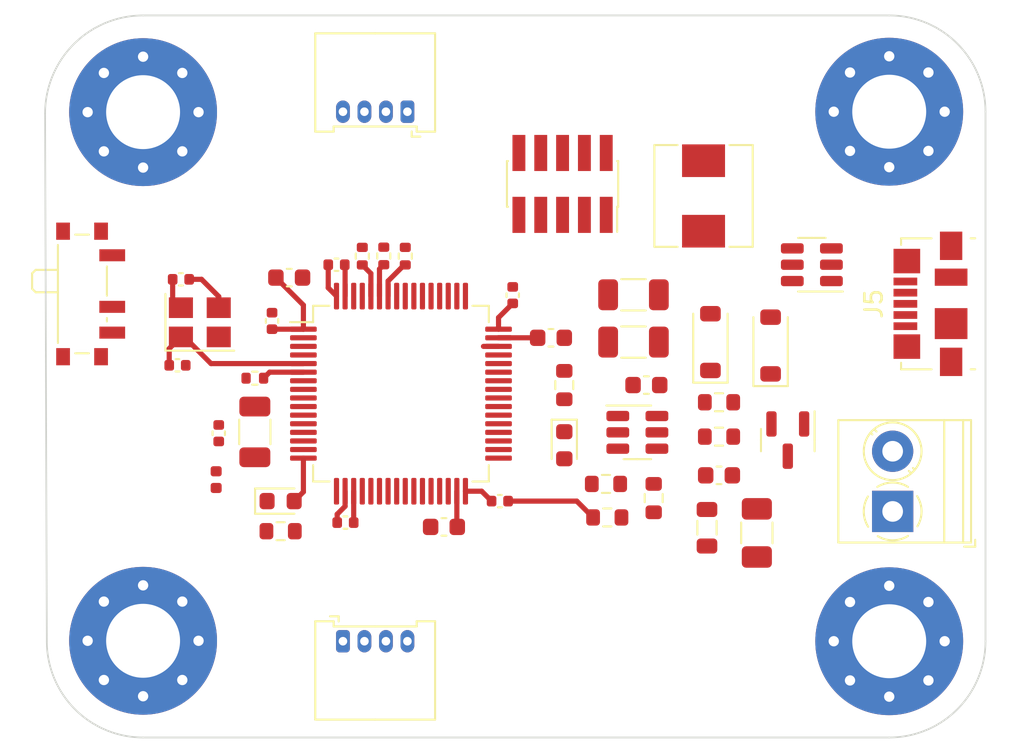
<source format=kicad_pcb>
(kicad_pcb (version 20221018) (generator pcbnew)
  (layers (0 "F.Cu" signal) (1 "In1.Cu" power) (2 "In2.Cu" power) (31 "B.Cu" signal) (34 "B.Paste" user) (35 "F.Paste" user) (36 "B.SilkS" user "B.Silkscreen") (37 "F.SilkS" user "F.Silkscreen") (38 "B.Mask" user) (39 "F.Mask" user) (44 "Edge.Cuts" user))
  (net 0 "")
  (net 1 "Net-(U1-VCAP_2)")
  (net 2 "GND")
  (net 3 "Net-(U1-VCAP_1)")
  (net 4 "+3.3V")
  (net 5 "+3.3VA")
  (net 6 "HSE_IN")
  (net 7 "Net-(C12-Pad1)")
  (net 8 "BUCK_IN")
  (net 9 "BUCK_BST")
  (net 10 "BUCK_SW")
  (net 11 "Net-(D1-K)")
  (net 12 "LED_STATUS")
  (net 13 "Net-(D3-K)")
  (net 14 "+5V")
  (net 15 "Net-(D4-K)")
  (net 16 "+12V")
  (net 17 "SWDIO")
  (net 18 "SWCLK")
  (net 19 "SW0")
  (net 22 "NRST")
  (net 23 "I2C1_SDA")
  (net 24 "I2C1_SCL")
  (net 25 "USART3_TX")
  (net 26 "USART3_RX")
  (net 27 "USB_CONN_D-")
  (net 28 "USB_CONN_D+")
  (net 31 "BOOT0")
  (net 32 "Net-(SW1-B)")
  (net 33 "HSE_OUT")
  (net 34 "BUCK_EN")
  (net 35 "BUCK_FB")
  (net 36 "Net-(R7-Pad1)")
  (net 67 "USB_D-")
  (net 68 "USB_D+")
  (net 78 "Net-(F2-Pad2)")
  (footprint "Diode_SMD:D_0603_1608Metric" (layer "F.Cu") (at 161.5 88 -90)
    (fp_text reference "D4")
    (fp_text value "RED")
    (pad "1" smd roundrect (at -0.7875 0 270) (size 0.875 0.95) (layers "F.Cu" "F.Paste" "F.Mask") (net 15 "Net-(D4-K)"))
    (pad "2" smd roundrect (at 0.7875 0 270) (size 0.875 0.95) (layers "F.Cu" "F.Paste" "F.Mask") (net 4 "+3.3V"))
  )
  (footprint "Capacitor_SMD:C_0402_1005Metric" (layer "F.Cu") (at 141.4 87.3 90)
    (fp_text reference "C9")
    (fp_text value "1u")
    (pad "1" smd roundrect (at -0.48 0 90) (size 0.56 0.62) (layers "F.Cu" "F.Paste" "F.Mask") (net 5 "+3.3VA"))
    (pad "2" smd roundrect (at 0.48 0 90) (size 0.56 0.62) (layers "F.Cu" "F.Paste" "F.Mask") (net 2 "GND"))
  )
  (footprint "Resistor_SMD:R_0402_1005Metric" (layer "F.Cu") (at 149.75 77 90)
    (fp_text reference "R1")
    (fp_text value "10k")
    (pad "1" smd roundrect (at -0.51 0 90) (size 0.54 0.64) (layers "F.Cu" "F.Paste" "F.Mask") (net 31 "BOOT0"))
    (pad "2" smd roundrect (at 0.51 0 90) (size 0.54 0.64) (layers "F.Cu" "F.Paste" "F.Mask") (net 32 "Net-(SW1-B)"))
  )
  (footprint "Capacitor_SMD:C_0603_1608Metric" (layer "F.Cu") (at 154.5 92.75 180)
    (fp_text reference "C2")
    (fp_text value "2u2")
    (pad "1" smd roundrect (at -0.775 0 180) (size 0.9 0.95) (layers "F.Cu" "F.Paste" "F.Mask") (net 3 "Net-(U1-VCAP_1)"))
    (pad "2" smd roundrect (at 0.775 0 180) (size 0.9 0.95) (layers "F.Cu" "F.Paste" "F.Mask") (net 2 "GND"))
  )
  (footprint "Fuse:Fuse_1206_3216Metric" (layer "F.Cu") (at 172.7 93.1 -90)
    (fp_text reference "F2")
    (fp_text value "250mA")
    (pad "1" smd roundrect (at -1.4 0 270) (size 1.25 1.75) (layers "F.Cu" "F.Paste" "F.Mask") (roundrect_rratio 0.2) (net 13 "Net-(D3-K)"))
    (pad "2" smd roundrect (at 1.4 0 270) (size 1.25 1.75) (layers "F.Cu" "F.Paste" "F.Mask") (roundrect_rratio 0.2) (net 78 "Net-(F2-Pad2)"))
  )
  (footprint "Inductor_SMD:L_0805_2012Metric" (layer "F.Cu") (at 169.8 92.8 90)
    (fp_text reference "FB1")
    (fp_text value "600 @ 600MHz")
    (pad "1" smd roundrect (at -1.0625 0 90) (size 0.875 1.2) (layers "F.Cu" "F.Paste" "F.Mask") (net 78 "Net-(F2-Pad2)"))
    (pad "2" smd roundrect (at 1.0625 0 90) (size 0.875 1.2) (layers "F.Cu" "F.Paste" "F.Mask") (net 8 "BUCK_IN"))
  )
  (footprint "Capacitor_SMD:C_0402_1005Metric" (layer "F.Cu") (at 157.75 91.25)
    (fp_text reference "C7")
    (fp_text value "100m")
    (pad "1" smd roundrect (at -0.48 0) (size 0.56 0.62) (layers "F.Cu" "F.Paste" "F.Mask") (net 4 "+3.3V"))
    (pad "2" smd roundrect (at 0.48 0) (size 0.56 0.62) (layers "F.Cu" "F.Paste" "F.Mask") (net 2 "GND"))
  )
  (footprint "Resistor_SMD:R_0603_1608Metric" (layer "F.Cu") (at 170.5 87.5 180)
    (fp_text reference "R5")
    (fp_text value "68k")
    (pad "1" smd roundrect (at -0.825 0 180) (size 0.8 0.95) (layers "F.Cu" "F.Paste" "F.Mask") (net 2 "GND"))
    (pad "2" smd roundrect (at 0.825 0 180) (size 0.8 0.95) (layers "F.Cu" "F.Paste" "F.Mask") (net 34 "BUCK_EN"))
  )
  (footprint "Connector_Molex:Molex_PicoBlade_53048-0410_1x04_P1.25mm_Horizontal" (layer "F.Cu") (at 152.375 68.6 180)
    (fp_text reference "J3")
    (fp_text value "Conn_01x04")
    (pad "1" thru_hole roundrect (at 0 0 180) (size 0.8 1.3) (drill 0.5) (layers "*.Cu" "*.Mask") (net 4 "+3.3V"))
    (pad "2" thru_hole oval (at 1.25 0 180) (size 0.8 1.3) (drill 0.5) (layers "*.Cu" "*.Mask") (net 23 "I2C1_SDA"))
    (pad "3" thru_hole oval (at 2.5 0 180) (size 0.8 1.3) (drill 0.5) (layers "*.Cu" "*.Mask") (net 24 "I2C1_SCL"))
    (pad "4" thru_hole oval (at 3.75 0 180) (size 0.8 1.3) (drill 0.5) (layers "*.Cu" "*.Mask") (net 2 "GND"))
  )
  (footprint "Capacitor_SMD:C_0402_1005Metric" (layer "F.Cu") (at 158.5 79.27 90)
    (fp_text reference "C6")
    (fp_text value "100m")
    (pad "1" smd roundrect (at -0.48 0 90) (size 0.56 0.62) (layers "F.Cu" "F.Paste" "F.Mask") (net 4 "+3.3V"))
    (pad "2" smd roundrect (at 0.48 0 90) (size 0.56 0.62) (layers "F.Cu" "F.Paste" "F.Mask") (net 2 "GND"))
  )
  (footprint "Resistor_SMD:R_0603_1608Metric" (layer "F.Cu") (at 145 93 180)
    (fp_text reference "R3")
    (fp_text value "1k5")
    (pad "1" smd roundrect (at -0.825 0 180) (size 0.8 0.95) (layers "F.Cu" "F.Paste" "F.Mask") (net 2 "GND"))
    (pad "2" smd roundrect (at 0.825 0 180) (size 0.8 0.95) (layers "F.Cu" "F.Paste" "F.Mask") (net 11 "Net-(D1-K)"))
  )
  (footprint "Capacitor_SMD:C_1206_3216Metric" (layer "F.Cu") (at 165.525 79.25)
    (fp_text reference "C15")
    (fp_text value "10u")
    (pad "1" smd roundrect (at -1.475 0) (size 1.15 1.8) (layers "F.Cu" "F.Paste" "F.Mask") (roundrect_rratio 0.217391) (net 4 "+3.3V"))
    (pad "2" smd roundrect (at 1.475 0) (size 1.15 1.8) (layers "F.Cu" "F.Paste" "F.Mask") (roundrect_rratio 0.217391) (net 2 "GND"))
  )
  (footprint "Diode_SMD:D_SOD-123" (layer "F.Cu") (at 173.5 82.2 90)
    (fp_text reference "D3")
    (fp_text value "B5819W")
    (pad "1" smd roundrect (at -1.65 0 90) (size 0.9 1.2) (layers "F.Cu" "F.Paste" "F.Mask") (net 13 "Net-(D3-K)"))
    (pad "2" smd roundrect (at 1.65 0 90) (size 0.9 1.2) (layers "F.Cu" "F.Paste" "F.Mask") (net 14 "+5V"))
  )
  (footprint "Capacitor_SMD:C_0603_1608Metric" (layer "F.Cu") (at 145.5 78.25)
    (fp_text reference "C3")
    (fp_text value "4u7")
    (pad "1" smd roundrect (at -0.775 0) (size 0.9 0.95) (layers "F.Cu" "F.Paste" "F.Mask") (net 4 "+3.3V"))
    (pad "2" smd roundrect (at 0.775 0) (size 0.9 0.95) (layers "F.Cu" "F.Paste" "F.Mask") (net 2 "GND"))
  )
  (footprint "MountingHole:MountingHole_4.3mm_M4_Pad_Via" (layer "F.Cu") (at 137 99.375)
    (fp_text reference "H2")
    (fp_text value "MountingHole_Pad")
    (pad "1" thru_hole circle (at -3.225 0) (size 0.9 0.9) (drill 0.6) (layers "*.Cu" "*.Mask") (net 2 "GND"))
    (pad "1" thru_hole circle (at -2.280419 -2.280419) (size 0.9 0.9) (drill 0.6) (layers "*.Cu" "*.Mask") (net 2 "GND"))
    (pad "1" thru_hole circle (at -2.280419 2.280419) (size 0.9 0.9) (drill 0.6) (layers "*.Cu" "*.Mask") (net 2 "GND"))
    (pad "1" thru_hole circle (at 0 -3.225) (size 0.9 0.9) (drill 0.6) (layers "*.Cu" "*.Mask") (net 2 "GND"))
    (pad "1" thru_hole circle (at 0 0) (size 8.6 8.6) (drill 4.3) (layers "*.Cu" "*.Mask") (net 2 "GND"))
    (pad "1" thru_hole circle (at 0 3.225) (size 0.9 0.9) (drill 0.6) (layers "*.Cu" "*.Mask") (net 2 "GND"))
    (pad "1" thru_hole circle (at 2.280419 -2.280419) (size 0.9 0.9) (drill 0.6) (layers "*.Cu" "*.Mask") (net 2 "GND"))
    (pad "1" thru_hole circle (at 2.280419 2.280419) (size 0.9 0.9) (drill 0.6) (layers "*.Cu" "*.Mask") (net 2 "GND"))
    (pad "1" thru_hole circle (at 3.225 0) (size 0.9 0.9) (drill 0.6) (layers "*.Cu" "*.Mask") (net 2 "GND"))
  )
  (footprint "Resistor_SMD:R_0603_1608Metric" (layer "F.Cu") (at 164 92.2)
    (fp_text reference "R8")
    (fp_text value "270")
    (pad "1" smd roundrect (at -0.825 0) (size 0.8 0.95) (layers "F.Cu" "F.Paste" "F.Mask") (net 2 "GND"))
    (pad "2" smd roundrect (at 0.825 0) (size 0.8 0.95) (layers "F.Cu" "F.Paste" "F.Mask") (net 36 "Net-(R7-Pad1)"))
  )
  (footprint "Resistor_SMD:R_0402_1005Metric" (layer "F.Cu") (at 152.25 77 90)
    (fp_text reference "R10")
    (fp_text value "2k2")
    (pad "1" smd roundrect (at -0.51 0 90) (size 0.54 0.64) (layers "F.Cu" "F.Paste" "F.Mask") (net 24 "I2C1_SCL"))
    (pad "2" smd roundrect (at 0.51 0 90) (size 0.54 0.64) (layers "F.Cu" "F.Paste" "F.Mask") (net 4 "+3.3V"))
  )
  (footprint "Connector_PinSocket_1.27mm:PinSocket_2x05_P1.27mm_Vertical_SMD" (layer "F.Cu") (at 161.4 72.8 -90)
    (fp_text reference "J2")
    (fp_text value "SWD")
    (pad "1" smd rect (at 1.8 -2.54 270) (size 2.1 0.75) (layers "F.Cu" "F.Paste" "F.Mask") (net 4 "+3.3V"))
    (pad "2" smd rect (at -1.8 -2.54 270) (size 2.1 0.75) (layers "F.Cu" "F.Paste" "F.Mask") (net 17 "SWDIO"))
    (pad "3" smd rect (at 1.8 -1.27 270) (size 2.1 0.75) (layers "F.Cu" "F.Paste" "F.Mask") (net 2 "GND"))
    (pad "4" smd rect (at -1.8 -1.27 270) (size 2.1 0.75) (layers "F.Cu" "F.Paste" "F.Mask") (net 18 "SWCLK"))
    (pad "5" smd rect (at 1.8 0 270) (size 2.1 0.75) (layers "F.Cu" "F.Paste" "F.Mask") (net 2 "GND"))
    (pad "6" smd rect (at -1.8 0 270) (size 2.1 0.75) (layers "F.Cu" "F.Paste" "F.Mask") (net 19 "SW0"))
    (pad "7" smd rect (at 1.8 1.27 270) (size 2.1 0.75) (layers "F.Cu" "F.Paste" "F.Mask"))
    (pad "8" smd rect (at -1.8 1.27 270) (size 2.1 0.75) (layers "F.Cu" "F.Paste" "F.Mask"))
    (pad "9" smd rect (at 1.8 2.54 270) (size 2.1 0.75) (layers "F.Cu" "F.Paste" "F.Mask") (net 2 "GND"))
    (pad "10" smd rect (at -1.8 2.54 270) (size 2.1 0.75) (layers "F.Cu" "F.Paste" "F.Mask") (net 22 "NRST"))
  )
  (footprint "TerminalBlock_Phoenix:TerminalBlock_Phoenix_PT-1,5-2-3.5-H_1x02_P3.50mm_Horizontal" (layer "F.Cu") (at 180.6 91.85 90)
    (fp_text reference "J1")
    (fp_text value "Screw_Terminal_01x02")
    (pad "1" thru_hole rect (at 0 0 90) (size 2.4 2.4) (drill 1.2) (layers "*.Cu" "*.Mask") (net 16 "+12V"))
    (pad "2" thru_hole circle (at 3.5 0 90) (size 2.4 2.4) (drill 1.2) (layers "*.Cu" "*.Mask") (net 2 "GND"))
  )
  (footprint "Capacitor_SMD:C_0603_1608Metric" (layer "F.Cu") (at 160.725 81.75)
    (fp_text reference "C1")
    (fp_text value "2u2")
    (pad "1" smd roundrect (at -0.775 0) (size 0.9 0.95) (layers "F.Cu" "F.Paste" "F.Mask") (net 1 "Net-(U1-VCAP_2)"))
    (pad "2" smd roundrect (at 0.775 0) (size 0.9 0.95) (layers "F.Cu" "F.Paste" "F.Mask") (net 2 "GND"))
  )
  (footprint "Package_QFP:LQFP-64_10x10mm_P0.5mm" (layer "F.Cu") (at 152 85)
    (fp_text reference "U1")
    (fp_text value "STM32F405RGT6")
    (pad "1" smd roundrect (at -5.675 -3.75) (size 1.55 0.3) (layers "F.Cu" "F.Paste" "F.Mask") (net 4 "+3.3V"))
    (pad "2" smd roundrect (at -5.675 -3.25) (size 1.55 0.3) (layers "F.Cu" "F.Paste" "F.Mask"))
    (pad "3" smd roundrect (at -5.675 -2.75) (size 1.55 0.3) (layers "F.Cu" "F.Paste" "F.Mask"))
    (pad "4" smd roundrect (at -5.675 -2.25) (size 1.55 0.3) (layers "F.Cu" "F.Paste" "F.Mask"))
    (pad "5" smd roundrect (at -5.675 -1.75) (size 1.55 0.3) (layers "F.Cu" "F.Paste" "F.Mask") (net 6 "HSE_IN"))
    (pad "6" smd roundrect (at -5.675 -1.25) (size 1.55 0.3) (layers "F.Cu" "F.Paste" "F.Mask") (net 33 "HSE_OUT"))
    (pad "7" smd roundrect (at -5.675 -0.75) (size 1.55 0.3) (layers "F.Cu" "F.Paste" "F.Mask") (net 22 "NRST"))
    (pad "8" smd roundrect (at -5.675 -0.25) (size 1.55 0.3) (layers "F.Cu" "F.Paste" "F.Mask"))
    (pad "9" smd roundrect (at -5.675 0.25) (size 1.55 0.3) (layers "F.Cu" "F.Paste" "F.Mask"))
    (pad "10" smd roundrect (at -5.675 0.75) (size 1.55 0.3) (layers "F.Cu" "F.Paste" "F.Mask"))
    (pad "11" smd roundrect (at -5.675 1.25) (size 1.55 0.3) (layers "F.Cu" "F.Paste" "F.Mask"))
    (pad "12" smd roundrect (at -5.675 1.75) (size 1.55 0.3) (layers "F.Cu" "F.Paste" "F.Mask") (net 2 "GND"))
    (pad "13" smd roundrect (at -5.675 2.25) (size 1.55 0.3) (layers "F.Cu" "F.Paste" "F.Mask") (net 5 "+3.3VA"))
    (pad "14" smd roundrect (at -5.675 2.75) (size 1.55 0.3) (layers "F.Cu" "F.Paste" "F.Mask"))
    (pad "15" smd roundrect (at -5.675 3.25) (size 1.55 0.3) (layers "F.Cu" "F.Paste" "F.Mask"))
    (pad "16" smd roundrect (at -5.675 3.75) (size 1.55 0.3) (layers "F.Cu" "F.Paste" "F.Mask") (net 12 "LED_STATUS"))
    (pad "17" smd roundrect (at -3.75 5.675) (size 0.3 1.55) (layers "F.Cu" "F.Paste" "F.Mask"))
    (pad "18" smd roundrect (at -3.25 5.675) (size 0.3 1.55) (layers "F.Cu" "F.Paste" "F.Mask") (net 2 "GND"))
    (pad "19" smd roundrect (at -2.75 5.675) (size 0.3 1.55) (layers "F.Cu" "F.Paste" "F.Mask") (net 4 "+3.3V"))
    (pad "20" smd roundrect (at -2.25 5.675) (size 0.3 1.55) (layers "F.Cu" "F.Paste" "F.Mask"))
    (pad "21" smd roundrect (at -1.75 5.675) (size 0.3 1.55) (layers "F.Cu" "F.Paste" "F.Mask"))
    (pad "22" smd roundrect (at -1.25 5.675) (size 0.3 1.55) (layers "F.Cu" "F.Paste" "F.Mask"))
    (pad "23" smd roundrect (at -0.75 5.675) (size 0.3 1.55) (layers "F.Cu" "F.Paste" "F.Mask"))
    (pad "24" smd roundrect (at -0.25 5.675) (size 0.3 1.55) (layers "F.Cu" "F.Paste" "F.Mask"))
    (pad "25" smd roundrect (at 0.25 5.675) (size 0.3 1.55) (layers "F.Cu" "F.Paste" "F.Mask"))
    (pad "26" smd roundrect (at 0.75 5.675) (size 0.3 1.55) (layers "F.Cu" "F.Paste" "F.Mask"))
    (pad "27" smd roundrect (at 1.25 5.675) (size 0.3 1.55) (layers "F.Cu" "F.Paste" "F.Mask"))
    (pad "28" smd roundrect (at 1.75 5.675) (size 0.3 1.55) (layers "F.Cu" "F.Paste" "F.Mask"))
    (pad "29" smd roundrect (at 2.25 5.675) (size 0.3 1.55) (layers "F.Cu" "F.Paste" "F.Mask") (net 25 "USART3_TX"))
    (pad "30" smd roundrect (at 2.75 5.675) (size 0.3 1.55) (layers "F.Cu" "F.Paste" "F.Mask") (net 26 "USART3_RX"))
    (pad "31" smd roundrect (at 3.25 5.675) (size 0.3 1.55) (layers "F.Cu" "F.Paste" "F.Mask") (net 3 "Net-(U1-VCAP_1)"))
    (pad "32" smd roundrect (at 3.75 5.675) (size 0.3 1.55) (layers "F.Cu" "F.Paste" "F.Mask") (net 4 "+3.3V"))
    (pad "33" smd roundrect (at 5.675 3.75) (size 1.55 0.3) (layers "F.Cu" "F.Paste" "F.Mask"))
    (pad "34" smd roundrect (at 5.675 3.25) (size 1.55 0.3) (layers "F.Cu" "F.Paste" "F.Mask"))
    (pad "35" smd roundrect (at 5.675 2.75) (size 1.55 0.3) (layers "F.Cu" "F.Paste" "F.Mask"))
    (pad "36" smd roundrect (at 5.675 2.25) (size 1.55 0.3) (layers "F.Cu" "F.Paste" "F.Mask"))
    (pad "37" smd roundrect (at 5.675 1.75) (size 1.55 0.3) (layers "F.Cu" "F.Paste" "F.Mask"))
    (pad "38" smd roundrect (at 5.675 1.25) (size 1.55 0.3) (layers "F.Cu" "F.Paste" "F.Mask"))
    (pad "39" smd roundrect (at 5.675 0.75) (size 1.55 0.3) (layers "F.Cu" "F.Paste" "F.Mask"))
    (pad "40" smd roundrect (at 5.675 0.25) (size 1.55 0.3) (layers "F.Cu" "F.Paste" "F.Mask"))
    (pad "41" smd roundrect (at 5.675 -0.25) (size 1.55 0.3) (layers "F.Cu" "F.Paste" "F.Mask"))
    (pad "42" smd roundrect (at 5.675 -0.75) (size 1.55 0.3) (layers "F.Cu" "F.Paste" "F.Mask"))
    (pad "43" smd roundrect (at 5.675 -1.25) (size 1.55 0.3) (layers "F.Cu" "F.Paste" "F.Mask"))
    (pad "44" smd roundrect (at 5.675 -1.75) (size 1.55 0.3) (layers "F.Cu" "F.Paste" "F.Mask") (net 67 "USB_D-"))
    (pad "45" smd roundrect (at 5.675 -2.25) (size 1.55 0.3) (layers "F.Cu" "F.Paste" "F.Mask") (net 68 "USB_D+"))
    (pad "46" smd roundrect (at 5.675 -2.75) (size 1.55 0.3) (layers "F.Cu" "F.Paste" "F.Mask") (net 17 "SWDIO"))
    (pad "47" smd roundrect (at 5.675 -3.25) (size 1.55 0.3) (layers "F.Cu" "F.Paste" "F.Mask") (net 1 "Net-(U1-VCAP_2)"))
    (pad "48" smd roundrect (at 5.675 -3.75) (size 1.55 0.3) (layers "F.Cu" "F.Paste" "F.Mask") (net 4 "+3.3V"))
    (pad "49" smd roundrect (at 3.75 -5.675) (size 0.3 1.55) (layers "F.Cu" "F.Paste" "F.Mask") (net 18 "SWCLK"))
    (pad "50" smd roundrect (at 3.25 -5.675) (size 0.3 1.55) (layers "F.Cu" "F.Paste" "F.Mask"))
    (pad "51" smd roundrect (at 2.75 -5.675) (size 0.3 1.55) (layers "F.Cu" "F.Paste" "F.Mask"))
    (pad "52" smd roundrect (at 2.25 -5.675) (size 0.3 1.55) (layers "F.Cu" "F.Paste" "F.Mask"))
    (pad "53" smd roundrect (at 1.75 -5.675) (size 0.3 1.55) (layers "F.Cu" "F.Paste" "F.Mask"))
    (pad "54" smd roundrect (at 1.25 -5.675) (size 0.3 1.55) (layers "F.Cu" "F.Paste" "F.Mask"))
    (pad "55" smd roundrect (at 0.75 -5.675) (size 0.3 1.55) (layers "F.Cu" "F.Paste" "F.Mask") (net 19 "SW0"))
    (pad "56" smd roundrect (at 0.25 -5.675) (size 0.3 1.55) (layers "F.Cu" "F.Paste" "F.Mask"))
    (pad "57" smd roundrect (at -0.25 -5.675) (size 0.3 1.55) (layers "F.Cu" "F.Paste" "F.Mask"))
    (pad "58" smd roundrect (at -0.75 -5.675) (size 0.3 1.55) (layers "F.Cu" "F.Paste" "F.Mask") (net 24 "I2C1_SCL"))
    (pad "59" smd roundrect (at -1.25 -5.675) (size 0.3 1.55) (layers "F.Cu" "F.Paste" "F.Mask") (net 23 "I2C1_SDA"))
    (pad "60" smd roundrect (at -1.75 -5.675) (size 0.3 1.55) (layers "F.Cu" "F.Paste" "F.Mask") (net 31 "BOOT0"))
    (pad "61" smd roundrect (at -2.25 -5.675) (size 0.3 1.55) (layers "F.Cu" "F.Paste" "F.Mask"))
    (pad "62" smd roundrect (at -2.75 -5.675) (size 0.3 1.55) (layers "F.Cu" "F.Paste" "F.Mask"))
    (pad "63" smd roundrect (at -3.25 -5.675) (size 0.3 1.55) (layers "F.Cu" "F.Paste" "F.Mask") (net 2 "GND"))
    (pad "64" smd roundrect (at -3.75 -5.675) (size 0.3 1.55) (layers "F.Cu" "F.Paste" "F.Mask") (net 4 "+3.3V"))
  )
  (footprint "Inductor_SMD:L_0402_1005Metric" (layer "F.Cu") (at 141.25 90 90)
    (fp_text reference "L1")
    (fp_text value "39n")
    (pad "1" smd roundrect (at -0.485 0 90) (size 0.59 0.64) (layers "F.Cu" "F.Paste" "F.Mask") (net 4 "+3.3V"))
    (pad "2" smd roundrect (at 0.485 0 90) (size 0.59 0.64) (layers "F.Cu" "F.Paste" "F.Mask") (net 5 "+3.3VA"))
  )
  (footprint "MountingHole:MountingHole_4.3mm_M4_Pad_Via" (layer "F.Cu") (at 180.4 68.6)
    (fp_text reference "H3")
    (fp_text value "MountingHole_Pad")
    (pad "1" thru_hole circle (at -3.225 0) (size 0.9 0.9) (drill 0.6) (layers "*.Cu" "*.Mask") (net 2 "GND"))
    (pad "1" thru_hole circle (at -2.280419 -2.280419) (size 0.9 0.9) (drill 0.6) (layers "*.Cu" "*.Mask") (net 2 "GND"))
    (pad "1" thru_hole circle (at -2.280419 2.280419) (size 0.9 0.9) (drill 0.6) (layers "*.Cu" "*.Mask") (net 2 "GND"))
    (pad "1" thru_hole circle (at 0 -3.225) (size 0.9 0.9) (drill 0.6) (layers "*.Cu" "*.Mask") (net 2 "GND"))
    (pad "1" thru_hole circle (at 0 0) (size 8.6 8.6) (drill 4.3) (layers "*.Cu" "*.Mask") (net 2 "GND"))
    (pad "1" thru_hole circle (at 0 3.225) (size 0.9 0.9) (drill 0.6) (layers "*.Cu" "*.Mask") (net 2 "GND"))
    (pad "1" thru_hole circle (at 2.280419 -2.280419) (size 0.9 0.9) (drill 0.6) (layers "*.Cu" "*.Mask") (net 2 "GND"))
    (pad "1" thru_hole circle (at 2.280419 2.280419) (size 0.9 0.9) (drill 0.6) (layers "*.Cu" "*.Mask") (net 2 "GND"))
    (pad "1" thru_hole circle (at 3.225 0) (size 0.9 0.9) (drill 0.6) (layers "*.Cu" "*.Mask") (net 2 "GND"))
  )
  (footprint "Resistor_SMD:R_0402_1005Metric" (layer "F.Cu") (at 143.5 84.1)
    (fp_text reference "R2")
    (fp_text value "47")
    (pad "1" smd roundrect (at -0.51 0) (size 0.54 0.64) (layers "F.Cu" "F.Paste" "F.Mask") (net 7 "Net-(C12-Pad1)"))
    (pad "2" smd roundrect (at 0.51 0) (size 0.54 0.64) (layers "F.Cu" "F.Paste" "F.Mask") (net 33 "HSE_OUT"))
  )
  (footprint "Diode_SMD:D_SOD-123" (layer "F.Cu") (at 170 82 90)
    (fp_text reference "D2")
    (fp_text value "B5819W")
    (pad "1" smd roundrect (at -1.65 0 90) (size 0.9 1.2) (layers "F.Cu" "F.Paste" "F.Mask") (net 10 "BUCK_SW"))
    (pad "2" smd roundrect (at 1.65 0 90) (size 0.9 1.2) (layers "F.Cu" "F.Paste" "F.Mask") (net 2 "GND"))
  )
  (footprint "Connector_Molex:Molex_PicoBlade_53048-0410_1x04_P1.25mm_Horizontal" (layer "F.Cu") (at 148.625 99.4)
    (fp_text reference "J4")
    (fp_text value "Conn_01x04")
    (pad "1" thru_hole roundrect (at 0 0) (size 0.8 1.3) (drill 0.5) (layers "*.Cu" "*.Mask") (net 4 "+3.3V"))
    (pad "2" thru_hole oval (at 1.25 0) (size 0.8 1.3) (drill 0.5) (layers "*.Cu" "*.Mask") (net 25 "USART3_TX"))
    (pad "3" thru_hole oval (at 2.5 0) (size 0.8 1.3) (drill 0.5) (layers "*.Cu" "*.Mask") (net 26 "USART3_RX"))
    (pad "4" thru_hole oval (at 3.75 0) (size 0.8 1.3) (drill 0.5) (layers "*.Cu" "*.Mask") (net 2 "GND"))
  )
  (footprint "Capacitor_SMD:C_0402_1005Metric" (layer "F.Cu") (at 148.77 92.5 180)
    (fp_text reference "C4")
    (fp_text value "100m")
    (pad "1" smd roundrect (at -0.48 0 180) (size 0.56 0.62) (layers "F.Cu" "F.Paste" "F.Mask") (net 4 "+3.3V"))
    (pad "2" smd roundrect (at 0.48 0 180) (size 0.56 0.62) (layers "F.Cu" "F.Paste" "F.Mask") (net 2 "GND"))
  )
  (footprint "Capacitor_SMD:C_0402_1005Metric" (layer "F.Cu") (at 139.2 78.35 180)
    (fp_text reference "C12")
    (fp_text value "12p")
    (pad "1" smd roundrect (at -0.48 0 180) (size 0.56 0.62) (layers "F.Cu" "F.Paste" "F.Mask") (net 7 "Net-(C12-Pad1)"))
    (pad "2" smd roundrect (at 0.48 0 180) (size 0.56 0.62) (layers "F.Cu" "F.Paste" "F.Mask") (net 2 "GND"))
  )
  (footprint "Connector_USB:USB_Micro-B_Molex_47346-0001" (layer "F.Cu") (at 182.8 79.775 90)
    (fp_text reference "J5" (at 0 -3.3 270) (layer "F.SilkS"))
    (fp_text value "USB_B_Micro")
    (pad "1" smd rect (at -1.3 -1.46 90) (size 0.45 1.38) (layers "F.Cu" "F.Paste" "F.Mask") (net 14 "+5V"))
    (pad "2" smd rect (at -0.65 -1.46 90) (size 0.45 1.38) (layers "F.Cu" "F.Paste" "F.Mask") (net 27 "USB_CONN_D-"))
    (pad "3" smd rect (at 0 -1.46 90) (size 0.45 1.38) (layers "F.Cu" "F.Paste" "F.Mask") (net 28 "USB_CONN_D+"))
    (pad "4" smd rect (at 0.65 -1.46 90) (size 0.45 1.38) (layers "F.Cu" "F.Paste" "F.Mask"))
    (pad "5" smd rect (at 1.3 -1.46 90) (size 0.45 1.38) (layers "F.Cu" "F.Paste" "F.Mask") (net 2 "GND"))
    (pad "6" smd rect (at -3.375 1.2 90) (size 1.65 1.3) (layers "F.Cu" "F.Paste" "F.Mask"))
    (pad "6" smd rect (at -2.4875 -1.375 90) (size 1.425 1.55) (layers "F.Cu" "F.Paste" "F.Mask"))
    (pad "6" smd rect (at -1.15 1.2 90) (size 1.8 1.9) (layers "F.Cu" "F.Paste" "F.Mask"))
    (pad "6" smd rect (at 1.55 1.2 90) (size 1 1.9) (layers "F.Cu" "F.Paste" "F.Mask"))
    (pad "6" smd rect (at 2.4875 -1.375 90) (size 1.425 1.55) (layers "F.Cu" "F.Paste" "F.Mask"))
    (pad "6" smd rect (at 3.375 1.2 90) (size 1.65 1.3) (layers "F.Cu" "F.Paste" "F.Mask"))
  )
  (footprint "Package_TO_SOT_SMD:SOT-23-6" (layer "F.Cu") (at 165.75 87.25)
    (fp_text reference "U4")
    (fp_text value "MP2359")
    (pad "1" smd roundrect (at -1.1375 -0.95) (size 1.325 0.6) (layers "F.Cu" "F.Paste" "F.Mask") (net 9 "BUCK_BST"))
    (pad "2" smd roundrect (at -1.1375 0) (size 1.325 0.6) (layers "F.Cu" "F.Paste" "F.Mask") (net 2 "GND"))
    (pad "3" smd roundrect (at -1.1375 0.95) (size 1.325 0.6) (layers "F.Cu" "F.Paste" "F.Mask") (net 35 "BUCK_FB"))
    (pad "4" smd roundrect (at 1.1375 0.95) (size 1.325 0.6) (layers "F.Cu" "F.Paste" "F.Mask") (net 34 "BUCK_EN"))
    (pad "5" smd roundrect (at 1.1375 0) (size 1.325 0.6) (layers "F.Cu" "F.Paste" "F.Mask") (net 8 "BUCK_IN"))
    (pad "6" smd roundrect (at 1.1375 -0.95) (size 1.325 0.6) (layers "F.Cu" "F.Paste" "F.Mask") (net 10 "BUCK_SW"))
  )
  (footprint "MountingHole:MountingHole_4.3mm_M4_Pad_Via" (layer "F.Cu") (at 180.4 99.4)
    (fp_text reference "H4")
    (fp_text value "MountingHole_Pad")
    (pad "1" thru_hole circle (at -3.225 0) (size 0.9 0.9) (drill 0.6) (layers "*.Cu" "*.Mask") (net 2 "GND"))
    (pad "1" thru_hole circle (at -2.280419 -2.280419) (size 0.9 0.9) (drill 0.6) (layers "*.Cu" "*.Mask") (net 2 "GND"))
    (pad "1" thru_hole circle (at -2.280419 2.280419) (size 0.9 0.9) (drill 0.6) (layers "*.Cu" "*.Mask") (net 2 "GND"))
    (pad "1" thru_hole circle (at 0 -3.225) (size 0.9 0.9) (drill 0.6) (layers "*.Cu" "*.Mask") (net 2 "GND"))
    (pad "1" thru_hole circle (at 0 0) (size 8.6 8.6) (drill 4.3) (layers "*.Cu" "*.Mask") (net 2 "GND"))
    (pad "1" thru_hole circle (at 0 3.225) (size 0.9 0.9) (drill 0.6) (layers "*.Cu" "*.Mask") (net 2 "GND"))
    (pad "1" thru_hole circle (at 2.280419 -2.280419) (size 0.9 0.9) (drill 0.6) (layers "*.Cu" "*.Mask") (net 2 "GND"))
    (pad "1" thru_hole circle (at 2.280419 2.280419) (size 0.9 0.9) (drill 0.6) (layers "*.Cu" "*.Mask") (net 2 "GND"))
    (pad "1" thru_hole circle (at 3.225 0) (size 0.9 0.9) (drill 0.6) (layers "*.Cu" "*.Mask") (net 2 "GND"))
  )
  (footprint "MountingHole:MountingHole_4.3mm_M4_Pad_Via" (layer "F.Cu") (at 137 68.625)
    (fp_text reference "H1")
    (fp_text value "MountingHole_Pad")
    (pad "1" thru_hole circle (at -3.225 0) (size 0.9 0.9) (drill 0.6) (layers "*.Cu" "*.Mask") (net 2 "GND"))
    (pad "1" thru_hole circle (at -2.280419 -2.280419) (size 0.9 0.9) (drill 0.6) (layers "*.Cu" "*.Mask") (net 2 "GND"))
    (pad "1" thru_hole circle (at -2.280419 2.280419) (size 0.9 0.9) (drill 0.6) (layers "*.Cu" "*.Mask") (net 2 "GND"))
    (pad "1" thru_hole circle (at 0 -3.225) (size 0.9 0.9) (drill 0.6) (layers "*.Cu" "*.Mask") (net 2 "GND"))
    (pad "1" thru_hole circle (at 0 0) (size 8.6 8.6) (drill 4.3) (layers "*.Cu" "*.Mask") (net 2 "GND"))
    (pad "1" thru_hole circle (at 0 3.225) (size 0.9 0.9) (drill 0.6) (layers "*.Cu" "*.Mask") (net 2 "GND"))
    (pad "1" thru_hole circle (at 2.280419 -2.280419) (size 0.9 0.9) (drill 0.6) (layers "*.Cu" "*.Mask") (net 2 "GND"))
    (pad "1" thru_hole circle (at 2.280419 2.280419) (size 0.9 0.9) (drill 0.6) (layers "*.Cu" "*.Mask") (net 2 "GND"))
    (pad "1" thru_hole circle (at 3.225 0) (size 0.9 0.9) (drill 0.6) (layers "*.Cu" "*.Mask") (net 2 "GND"))
  )
  (footprint "Capacitor_SMD:C_0402_1005Metric" (layer "F.Cu") (at 148.25 77.5)
    (fp_text reference "C5")
    (fp_text value "100m")
    (pad "1" smd roundrect (at -0.48 0) (size 0.56 0.62) (layers "F.Cu" "F.Paste" "F.Mask") (net 4 "+3.3V"))
    (pad "2" smd roundrect (at 0.48 0) (size 0.56 0.62) (layers "F.Cu" "F.Paste" "F.Mask") (net 2 "GND"))
  )
  (footprint "Package_TO_SOT_SMD:SOT-23-6" (layer "F.Cu") (at 175.9 77.5 180)
    (fp_text reference "U2")
    (fp_text value "USBLC6-2SC6")
    (pad "1" smd roundrect (at -1.1375 -0.95 180) (size 1.325 0.6) (layers "F.Cu" "F.Paste" "F.Mask") (net 27 "USB_CONN_D-"))
    (pad "2" smd roundrect (at -1.1375 0 180) (size 1.325 0.6) (layers "F.Cu" "F.Paste" "F.Mask") (net 2 "GND"))
    (pad "3" smd roundrect (at -1.1375 0.95 180) (size 1.325 0.6) (layers "F.Cu" "F.Paste" "F.Mask") (net 28 "USB_CONN_D+"))
    (pad "4" smd roundrect (at 1.1375 0.95 180) (size 1.325 0.6) (layers "F.Cu" "F.Paste" "F.Mask") (net 68 "USB_D+"))
    (pad "5" smd roundrect (at 1.1375 0 180) (size 1.325 0.6) (layers "F.Cu" "F.Paste" "F.Mask") (net 14 "+5V"))
    (pad "6" smd roundrect (at 1.1375 -0.95 180) (size 1.325 0.6) (layers "F.Cu" "F.Paste" "F.Mask") (net 67 "USB_D-"))
  )
  (footprint "Capacitor_SMD:C_1206_3216Metric" (layer "F.Cu") (at 165.525 82)
    (fp_text reference "C16")
    (fp_text value "10u")
    (pad "1" smd roundrect (at -1.475 0) (size 1.15 1.8) (layers "F.Cu" "F.Paste" "F.Mask") (roundrect_rratio 0.217391) (net 4 "+3.3V"))
    (pad "2" smd roundrect (at 1.475 0) (size 1.15 1.8) (layers "F.Cu" "F.Paste" "F.Mask") (roundrect_rratio 0.217391) (net 2 "GND"))
  )
  (footprint "Resistor_SMD:R_0402_1005Metric" (layer "F.Cu") (at 151 76.99 90)
    (fp_text reference "R9")
    (fp_text value "2k2")
    (pad "1" smd roundrect (at -0.51 0 90) (size 0.54 0.64) (layers "F.Cu" "F.Paste" "F.Mask") (net 23 "I2C1_SDA"))
    (pad "2" smd roundrect (at 0.51 0 90) (size 0.54 0.64) (layers "F.Cu" "F.Paste" "F.Mask") (net 4 "+3.3V"))
  )
  (footprint "Inductor_SMD:L_Sunlord_MWSA0518S" (layer "F.Cu") (at 169.6 73.5 90)
    (fp_text reference "L2")
    (fp_text value "10u")
    (pad "1" smd rect (at -2.05 0 90) (size 1.9 2.5) (layers "F.Cu" "F.Paste" "F.Mask") (net 10 "BUCK_SW"))
    (pad "2" smd rect (at 2.05 0 90) (size 1.9 2.5) (layers "F.Cu" "F.Paste" "F.Mask") (net 4 "+3.3V"))
  )
  (footprint "Diode_SMD:D_0603_1608Metric" (layer "F.Cu") (at 145 91.25)
    (fp_text reference "D1")
    (fp_text value "BLUE")
    (pad "1" smd roundrect (at -0.7875 0) (size 0.875 0.95) (layers "F.Cu" "F.Paste" "F.Mask") (net 11 "Net-(D1-K)"))
    (pad "2" smd roundrect (at 0.7875 0) (size 0.875 0.95) (layers "F.Cu" "F.Paste" "F.Mask") (net 12 "LED_STATUS"))
  )
  (footprint "Resistor_SMD:R_0603_1608Metric" (layer "F.Cu") (at 161.5 84.5 -90)
    (fp_text reference "R11")
    (fp_text value "1k")
    (pad "1" smd roundrect (at -0.825 0 270) (size 0.8 0.95) (layers "F.Cu" "F.Paste" "F.Mask") (net 2 "GND"))
    (pad "2" smd roundrect (at 0.825 0 270) (size 0.8 0.95) (layers "F.Cu" "F.Paste" "F.Mask") (net 15 "Net-(D4-K)"))
  )
  (footprint "Resistor_SMD:R_0603_1608Metric" (layer "F.Cu") (at 170.5 85.5 180)
    (fp_text reference "R4")
    (fp_text value "100k")
    (pad "1" smd roundrect (at -0.825 0 180) (size 0.8 0.95) (layers "F.Cu" "F.Paste" "F.Mask") (net 34 "BUCK_EN"))
    (pad "2" smd roundrect (at 0.825 0 180) (size 0.8 0.95) (layers "F.Cu" "F.Paste" "F.Mask") (net 8 "BUCK_IN"))
  )
  (footprint "Capacitor_SMD:C_0603_1608Metric" (layer "F.Cu") (at 170.5 89.75)
    (fp_text reference "C13")
    (fp_text value "4u7")
    (pad "1" smd roundrect (at -0.775 0) (size 0.9 0.95) (layers "F.Cu" "F.Paste" "F.Mask") (net 8 "BUCK_IN"))
    (pad "2" smd roundrect (at 0.775 0) (size 0.9 0.95) (layers "F.Cu" "F.Paste" "F.Mask") (net 2 "GND"))
  )
  (footprint "Capacitor_SMD:C_0402_1005Metric" (layer "F.Cu") (at 144.5 80.77 90)
    (fp_text reference "C8")
    (fp_text value "100m")
    (pad "1" smd roundrect (at -0.48 0 90) (size 0.56 0.62) (layers "F.Cu" "F.Paste" "F.Mask") (net 4 "+3.3V"))
    (pad "2" smd roundrect (at 0.48 0 90) (size 0.56 0.62) (layers "F.Cu" "F.Paste" "F.Mask") (net 2 "GND"))
  )
  (footprint "Package_TO_SOT_SMD:SOT-23" (layer "F.Cu") (at 174.5 87.7 -90)
    (fp_text reference "Q1")
    (fp_text value "AO3401A")
    (pad "1" smd roundrect (at -0.9375 -0.95 270) (size 1.475 0.6) (layers "F.Cu" "F.Paste" "F.Mask") (net 2 "GND"))
    (pad "2" smd roundrect (at -0.9375 0.95 270) (size 1.475 0.6) (layers "F.Cu" "F.Paste" "F.Mask") (net 13 "Net-(D3-K)"))
    (pad "3" smd roundrect (at 0.9375 0 270) (size 1.475 0.6) (layers "F.Cu" "F.Paste" "F.Mask") (net 16 "+12V"))
  )
  (footprint "Capacitor_SMD:C_0603_1608Metric" (layer "F.Cu") (at 166.275 84.5)
    (fp_text reference "C14")
    (fp_text value "10n")
    (pad "1" smd roundrect (at -0.775 0) (size 0.9 0.95) (layers "F.Cu" "F.Paste" "F.Mask") (net 9 "BUCK_BST"))
    (pad "2" smd roundrect (at 0.775 0) (size 0.9 0.95) (layers "F.Cu" "F.Paste" "F.Mask") (net 10 "BUCK_SW"))
  )
  (footprint "Crystal:Crystal_SMD_3225-4Pin_3.2x2.5mm" (layer "F.Cu") (at 140.3 80.85)
    (fp_text reference "Y1")
    (fp_text value "16MHz")
    (pad "1" smd rect (at -1.1 0.85) (size 1.4 1.2) (layers "F.Cu" "F.Paste" "F.Mask") (net 6 "HSE_IN"))
    (pad "2" smd rect (at 1.1 0.85) (size 1.4 1.2) (layers "F.Cu" "F.Paste" "F.Mask") (net 2 "GND"))
    (pad "3" smd rect (at 1.1 -0.85) (size 1.4 1.2) (layers "F.Cu" "F.Paste" "F.Mask") (net 7 "Net-(C12-Pad1)"))
    (pad "4" smd rect (at -1.1 -0.85) (size 1.4 1.2) (layers "F.Cu" "F.Paste" "F.Mask") (net 2 "GND"))
  )
  (footprint "Resistor_SMD:R_0603_1608Metric" (layer "F.Cu") (at 163.925 90.25 180)
    (fp_text reference "R6")
    (fp_text value "47k")
    (pad "1" smd roundrect (at -0.825 0 180) (size 0.8 0.95) (layers "F.Cu" "F.Paste" "F.Mask") (net 35 "BUCK_FB"))
    (pad "2" smd roundrect (at 0.825 0 180) (size 0.8 0.95) (layers "F.Cu" "F.Paste" "F.Mask") (net 4 "+3.3V"))
  )
  (footprint "Capacitor_SMD:C_0402_1005Metric" (layer "F.Cu") (at 139 83.35)
    (fp_text reference "C11")
    (fp_text value "12p")
    (pad "1" smd roundrect (at -0.48 0) (size 0.56 0.62) (layers "F.Cu" "F.Paste" "F.Mask") (net 6 "HSE_IN"))
    (pad "2" smd roundrect (at 0.48 0) (size 0.56 0.62) (layers "F.Cu" "F.Paste" "F.Mask") (net 2 "GND"))
  )
  (footprint "Button_Switch_SMD:SW_SPDT_PCM12" (layer "F.Cu") (at 133.775 79.2 -90)
    (fp_text reference "SW1")
    (fp_text value "SW_SPDT")
    (pad "" smd rect (at -3.65 -0.78 270) (size 1 0.8) (layers "F.Cu" "F.Paste" "F.Mask"))
    (pad "" smd rect (at -3.65 1.43 270) (size 1 0.8) (layers "F.Cu" "F.Paste" "F.Mask"))
    (pad "" np_thru_hole circle (at -1.5 0.33 270) (size 0.9 0.9) (drill 0.9) (layers "*.Cu" "*.Mask"))
    (pad "" np_thru_hole circle (at 1.5 0.33 270) (size 0.9 0.9) (drill 0.9) (layers "*.Cu" "*.Mask"))
    (pad "" smd rect (at 3.65 -0.78 270) (size 1 0.8) (layers "F.Cu" "F.Paste" "F.Mask"))
    (pad "" smd rect (at 3.65 1.43 270) (size 1 0.8) (layers "F.Cu" "F.Paste" "F.Mask"))
    (pad "1" smd rect (at -2.25 -1.43 270) (size 0.7 1.5) (layers "F.Cu" "F.Paste" "F.Mask") (net 4 "+3.3V"))
    (pad "2" smd rect (at 0.75 -1.43 270) (size 0.7 1.5) (layers "F.Cu" "F.Paste" "F.Mask") (net 32 "Net-(SW1-B)"))
    (pad "3" smd rect (at 2.25 -1.43 270) (size 0.7 1.5) (layers "F.Cu" "F.Paste" "F.Mask") (net 2 "GND"))
  )
  (footprint "Capacitor_SMD:C_1206_3216Metric" (layer "F.Cu") (at 143.5 87.225 90)
    (fp_text reference "C10")
    (fp_text value "10u")
    (pad "1" smd roundrect (at -1.475 0 90) (size 1.15 1.8) (layers "F.Cu" "F.Paste" "F.Mask") (roundrect_rratio 0.217391) (net 5 "+3.3VA"))
    (pad "2" smd roundrect (at 1.475 0 90) (size 1.15 1.8) (layers "F.Cu" "F.Paste" "F.Mask") (roundrect_rratio 0.217391) (net 2 "GND"))
  )
  (footprint "Resistor_SMD:R_0603_1608Metric" (layer "F.Cu") (at 166.7 91.075 90)
    (fp_text reference "R7")
    (fp_text value "15k")
    (pad "1" smd roundrect (at -0.825 0 90) (size 0.8 0.95) (layers "F.Cu" "F.Paste" "F.Mask") (net 36 "Net-(R7-Pad1)"))
    (pad "2" smd roundrect (at 0.825 0 90) (size 0.8 0.95) (layers "F.Cu" "F.Paste" "F.Mask") (net 35 "BUCK_FB"))
  )
  (gr_line (start 131.4 99.4) (end 131.3 68.7) (stroke (width 0.1)) (layer "Edge.Cuts"))
  (gr_line (start 137 63) (end 180.4 63) (stroke (width 0.1)) (layer "Edge.Cuts"))
  (gr_arc (start 186 99.4) (mid 184.359798 103.359798) (end 180.4 105) (stroke (width 0.1)) (layer "Edge.Cuts"))
  (gr_arc (start 131.3 68.7) (mid 132.969491 64.669491) (end 137 63) (stroke (width 0.1)) (layer "Edge.Cuts"))
  (gr_line (start 180.4 105) (end 137 105) (stroke (width 0.1)) (layer "Edge.Cuts"))
  (gr_line (start 186 68.6) (end 186 99.4) (stroke (width 0.1)) (layer "Edge.Cuts"))
  (gr_arc (start 137 105) (mid 133.040202 103.359798) (end 131.4 99.4) (stroke (width 0.1)) (layer "Edge.Cuts"))
  (gr_arc (start 180.4 63) (mid 184.359798 64.640202) (end 186 68.6) (stroke (width 0.1)) (layer "Edge.Cuts"))
  (segment (start 157.675 81.75) (end 159.95 81.75) (width 0.3) (layer "F.Cu") (net 1))
  (segment (start 158.23 91.25) (end 162.225 91.25) (width 0.3) (layer "F.Cu") (net 2))
  (segment (start 148.75 90.675) (end 148.75 91.551041) (width 0.3) (layer "F.Cu") (net 2))
  (segment (start 138.72 78.35) (end 138.72 79.52) (width 0.3) (layer "F.Cu") (net 2))
  (segment (start 148.29 92.011041) (end 148.29 92.5) (width 0.3) (layer "F.Cu") (net 2))
  (segment (start 148.75 91.551041) (end 148.29 92.011041) (width 0.3) (layer "F.Cu") (net 2))
  (segment (start 138.72 79.52) (end 139.2 80) (width 0.3) (layer "F.Cu") (net 2))
  (segment (start 148.73 77.5) (end 148.75 77.52) (width 0.3) (layer "F.Cu") (net 2))
  (segment (start 148.75 77.52) (end 148.75 79.325) (width 0.3) (layer "F.Cu") (net 2))
  (segment (start 158.5 78.79) (end 158.542965 78.79) (width 0.3) (layer "F.Cu") (net 2))
  (segment (start 162.225 91.25) (end 163.175 92.2) (width 0.3) (layer "F.Cu") (net 2))
  (segment (start 155.25 92.725) (end 155.25 90.675) (width 0.3) (layer "F.Cu") (net 3))
  (segment (start 155.275 92.75) (end 155.25 92.725) (width 0.3) (layer "F.Cu") (net 3))
  (segment (start 147.77 78.845) (end 147.77 77.5) (width 0.3) (layer "F.Cu") (net 4))
  (segment (start 144.725 78.25) (end 146.325 79.85) (width 0.3) (layer "F.Cu") (net 4))
  (segment (start 149.25 92.5) (end 149.25 90.675) (width 0.3) (layer "F.Cu") (net 4))
  (segment (start 146.325 79.85) (end 146.325 81.25) (width 0.3) (layer "F.Cu") (net 4))
  (segment (start 157.675 81.25) (end 157.675 80.575) (width 0.3) (layer "F.Cu") (net 4))
  (segment (start 146.325 81.25) (end 144.5 81.25) (width 0.3) (layer "F.Cu") (net 4))
  (segment (start 157.675 80.575) (end 158.5 79.75) (width 0.3) (layer "F.Cu") (net 4))
  (segment (start 156.695 90.675) (end 157.27 91.25) (width 0.3) (layer "F.Cu") (net 4))
  (segment (start 155.75 90.675) (end 156.695 90.675) (width 0.3) (layer "F.Cu") (net 4))
  (segment (start 148.25 79.325) (end 147.77 78.845) (width 0.3) (layer "F.Cu") (net 4))
  (segment (start 139.4 81.7) (end 139.2 81.7) (width 0.3) (layer "F.Cu") (net 6))
  (segment (start 138.52 82.38) (end 138.52 83.35) (width 0.3) (layer "F.Cu") (net 6))
  (segment (start 140.95 83.25) (end 139.4 81.7) (width 0.3) (layer "F.Cu") (net 6))
  (segment (start 146.325 83.25) (end 140.95 83.25) (width 0.3) (layer "F.Cu") (net 6))
  (segment (start 139.2 81.7) (end 138.52 82.38) (width 0.3) (layer "F.Cu") (net 6))
  (segment (start 141.4 79.35) (end 140.4 78.35) (width 0.3) (layer "F.Cu") (net 7))
  (segment (start 141.4 80) (end 141.4 79.35) (width 0.3) (layer "F.Cu") (net 7))
  (segment (start 140.4 78.35) (end 139.68 78.35) (width 0.3) (layer "F.Cu") (net 7))
  (segment (start 146.325 88.75) (end 146.325 90.7125) (width 0.3) (layer "F.Cu") (net 12))
  (segment (start 146.325 90.7125) (end 145.7875 91.25) (width 0.3) (layer "F.Cu") (net 12))
  (segment (start 157.675 82.25) (end 156.798959 82.25) (width 0.3) (layer "F.Cu") (net 17))
  (segment (start 150.75 77.75) (end 150.75 79.325) (width 0.3) (layer "F.Cu") (net 23))
  (segment (start 151 77.5) (end 150.75 77.75) (width 0.3) (layer "F.Cu") (net 23))
  (segment (start 151.25 78.448959) (end 151.25 79.325) (width 0.3) (layer "F.Cu") (net 24))
  (segment (start 152.25 77.51) (end 152.188959 77.51) (width 0.3) (layer "F.Cu") (net 24))
  (segment (start 152.188959 77.51) (end 151.25 78.448959) (width 0.3) (layer "F.Cu") (net 24))
  (segment (start 149.75 77.51) (end 150.25 78.01) (width 0.3) (layer "F.Cu") (net 31))
  (segment (start 150.25 78.01) (end 150.25 79.325) (width 0.3) (layer "F.Cu") (net 31))
  (segment (start 144.36 83.75) (end 146.325 83.75) (width 0.3) (layer "F.Cu") (net 33))
  (segment (start 144.01 84.1) (end 144.36 83.75) (width 0.3) (layer "F.Cu") (net 33))
)
</source>
